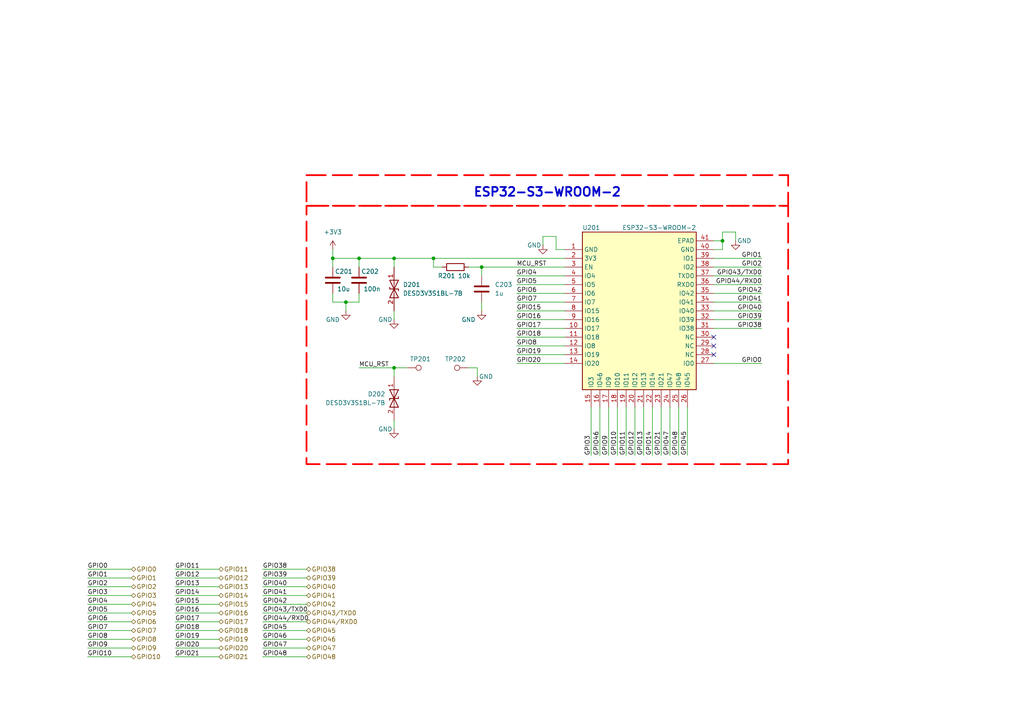
<source format=kicad_sch>
(kicad_sch (version 20231120) (generator "eeschema") (generator_version "8.0")
  (paper "A4")
  (title_block (title "ESP32-S3-WROOM-2") (date "2024-07-18") (rev "Final") (company "MQuero"))
  (lib_symbols
    (symbol "Connector:TestPoint" (pin_numbers hide) (pin_names (offset 0.762) hide)
      (property "Reference" "TP" (at 0 6.858 0))
      (property "Value" "TestPoint" (at 0 5.08 0))
      (symbol "TestPoint_0_1"
        (circle (center 0 3.302) (radius 0.762))
      )
      (symbol "TestPoint_1_1"
        (pin passive line (at 0 0 90) (length 2.54) (name "1") (number "1"))
      )
    )
    (symbol "Device:C" (pin_numbers hide) (pin_names (offset 0.254))
      (property "Reference" "C" (at 0.635 2.54 0))
      (property "Value" "C" (at 0.635 -2.54 0))
      (symbol "C_0_1"
        (polyline (pts (xy -2.032 -0.762) (xy 2.032 -0.762)) (stroke (width 0.508)))
        (polyline (pts (xy -2.032 0.762) (xy 2.032 0.762)) (stroke (width 0.508)))
      )
      (symbol "C_1_1"
        (pin passive line (at 0 3.81 270) (length 2.794) (name "~") (number "1"))
        (pin passive line (at 0 -3.81 90) (length 2.794) (name "~") (number "2"))
      )
    )
    (symbol "Device:R" (pin_numbers hide) (pin_names (offset 0))
      (property "Reference" "R" (at 2.032 0 90))
      (property "Value" "R" (at 0 0 90))
      (symbol "R_0_1"
        (rectangle (start -1.016 -2.54) (end 1.016 2.54) (stroke (width 0.254)))
      )
      (symbol "R_1_1"
        (pin passive line (at 0 3.81 270) (length 1.27) (name "~") (number "1"))
        (pin passive line (at 0 -3.81 90) (length 1.27) (name "~") (number "2"))
      )
    )
    (symbol "TFG:DESD3V3S1BL-7B" (pin_names (offset 0.254))
      (property "Reference" "D" (at 2.54 1.27 0))
      (property "Value" "DESD3V3S1BL-7B" (at 2.54 -1.27 0))
      (symbol "DESD3V3S1BL-7B_0_1"
        (polyline (pts (xy 0 -1.27) (xy 0 1.27)))
        (polyline (pts (xy 1.27 -0.508) (xy 1.27 0) (xy -1.27 0) (xy -1.27 0.508)) (stroke (width 0.254)))
        (polyline (pts (xy 1.27 2.54) (xy -1.27 2.54) (xy 1.27 -2.54) (xy -1.27 -2.54) (xy 1.27 2.54)) (stroke (width 0.254)))
      )
      (symbol "DESD3V3S1BL-7B_1_1"
        (pin unspecified line (at 0 6.35 270) (length 5.08) (name "~") (number "1"))
        (pin unspecified line (at 0 -6.35 90) (length 5.08) (name "~") (number "2"))
      )
    )
    (symbol "TFG:ESP32-S3-WROOM-2"
      (property "Reference" "U" (at 0 1.27 0))
      (property "Value" "ESP32-S3-WROOM-2" (at 33.02 1.27 0))
      (symbol "ESP32-S3-WROOM-2_0_1"
        (pin unspecified line (at -5.08 -27.94 0) (length 5.08) (name "IO17") (number "10"))
        (pin unspecified line (at -5.08 -30.48 0) (length 5.08) (name "IO18") (number "11"))
        (pin unspecified line (at -5.08 -33.02 0) (length 5.08) (name "IO8") (number "12"))
        (pin unspecified line (at -5.08 -35.56 0) (length 5.08) (name "IO19") (number "13"))
        (pin unspecified line (at -5.08 -38.1 0) (length 5.08) (name "IO20") (number "14"))
        (pin unspecified line (at 2.54 -50.8 90) (length 5.08) (name "IO3") (number "15"))
        (pin unspecified line (at 5.08 -50.8 90) (length 5.08) (name "IO46") (number "16"))
        (pin unspecified line (at 7.62 -50.8 90) (length 5.08) (name "IO9") (number "17"))
        (pin unspecified line (at 10.16 -50.8 90) (length 5.08) (name "IO10") (number "18"))
        (pin unspecified line (at 12.7 -50.8 90) (length 5.08) (name "IO11") (number "19"))
        (pin unspecified line (at -5.08 -7.62 0) (length 5.08) (name "3V3") (number "2"))
        (pin unspecified line (at 15.24 -50.8 90) (length 5.08) (name "IO12") (number "20"))
        (pin unspecified line (at 17.78 -50.8 90) (length 5.08) (name "IO13") (number "21"))
        (pin unspecified line (at 20.32 -50.8 90) (length 5.08) (name "IO14") (number "22"))
        (pin unspecified line (at 22.86 -50.8 90) (length 5.08) (name "IO21") (number "23"))
        (pin unspecified line (at 25.4 -50.8 90) (length 5.08) (name "IO47") (number "24"))
        (pin unspecified line (at 27.94 -50.8 90) (length 5.08) (name "IO48") (number "25"))
        (pin unspecified line (at 30.48 -50.8 90) (length 5.08) (name "IO45") (number "26"))
        (pin unspecified line (at 38.1 -38.1 180) (length 5.08) (name "IO0") (number "27"))
        (pin unspecified line (at 38.1 -35.56 180) (length 5.08) (name "NC") (number "28"))
        (pin unspecified line (at 38.1 -33.02 180) (length 5.08) (name "NC") (number "29"))
        (pin unspecified line (at -5.08 -10.16 0) (length 5.08) (name "EN") (number "3"))
        (pin unspecified line (at 38.1 -30.48 180) (length 5.08) (name "NC") (number "30"))
        (pin unspecified line (at 38.1 -27.94 180) (length 5.08) (name "IO38") (number "31"))
        (pin unspecified line (at 38.1 -25.4 180) (length 5.08) (name "IO39") (number "32"))
        (pin unspecified line (at 38.1 -22.86 180) (length 5.08) (name "IO40") (number "33"))
        (pin unspecified line (at 38.1 -20.32 180) (length 5.08) (name "IO41") (number "34"))
        (pin unspecified line (at 38.1 -17.78 180) (length 5.08) (name "IO42") (number "35"))
        (pin unspecified line (at 38.1 -15.24 180) (length 5.08) (name "RXD0") (number "36"))
        (pin unspecified line (at 38.1 -12.7 180) (length 5.08) (name "TXD0") (number "37"))
        (pin unspecified line (at 38.1 -10.16 180) (length 5.08) (name "IO2") (number "38"))
        (pin unspecified line (at 38.1 -7.62 180) (length 5.08) (name "IO1") (number "39"))
        (pin unspecified line (at 38.1 -5.08 180) (length 5.08) (name "GND") (number "40"))
        (pin unspecified line (at -5.08 -17.78 0) (length 5.08) (name "IO6") (number "6"))
        (pin unspecified line (at -5.08 -20.32 0) (length 5.08) (name "IO7") (number "7"))
        (pin unspecified line (at -5.08 -22.86 0) (length 5.08) (name "IO15") (number "8"))
        (pin unspecified line (at -5.08 -25.4 0) (length 5.08) (name "IO16") (number "9"))
      )
      (symbol "ESP32-S3-WROOM-2_1_1"
        (rectangle (start 0 0) (end 33.02 -45.72) (stroke (width 0.254)) (fill (type background)))
        (pin unspecified line (at -5.08 -5.08 0) (length 5.08) (name "GND") (number "1"))
        (pin unspecified line (at -5.08 -12.7 0) (length 5.08) (name "IO4") (number "4"))
        (pin unspecified line (at 38.1 -2.54 180) (length 5.08) (name "EPAD") (number "41"))
        (pin unspecified line (at -5.08 -15.24 0) (length 5.08) (name "IO5") (number "5"))
      )
    )
    (symbol "power:+3V3" (power) (pin_numbers hide) (pin_names (offset 0) hide)
      (property "Value" "+3V3" (at 0 3.556 0))
      (symbol "+3V3_0_1"
        (polyline (pts (xy -0.762 1.27) (xy 0 2.54)))
        (polyline (pts (xy 0 0) (xy 0 2.54)))
        (polyline (pts (xy 0 2.54) (xy 0.762 1.27)))
      )
      (symbol "+3V3_1_1"
        (pin power_in line (at 0 0 90) (length 0) (name "~") (number "1"))
      )
    )
    (symbol "power:GND" (power) (pin_numbers hide) (pin_names (offset 0) hide)
      (property "Value" "GND" (at 0 -3.81 0))
      (symbol "GND_0_1"
        (polyline (pts (xy 0 0) (xy 0 -1.27) (xy 1.27 -1.27) (xy 0 -2.54) (xy -1.27 -1.27) (xy 0 -1.27)))
      )
      (symbol "GND_1_1"
        (pin power_in line (at 0 0 270) (length 0) (name "~") (number "1"))
      )
    )
  )
  (junction (at 125.73 74.93))
  (junction (at 104.14 74.93))
  (junction (at 114.3 106.68))
  (junction (at 209.55 69.85))
  (junction (at 100.33 87.63))
  (junction (at 114.3 74.93))
  (junction (at 139.7 77.47))
  (junction (at 96.52 74.93))
  (no_connect (at 207.01 102.87))
  (no_connect (at 207.01 97.79))
  (no_connect (at 207.01 100.33))
  (wire (pts (xy 63.5 175.26) (xy 50.8 175.26)))
  (wire (pts (xy 76.2 185.42) (xy 88.9 185.42)))
  (wire (pts (xy 76.2 170.18) (xy 88.9 170.18)))
  (wire (pts (xy 50.8 172.72) (xy 63.5 172.72)))
  (wire (pts (xy 161.29 68.58) (xy 157.48 68.58)))
  (wire (pts (xy 199.39 118.11) (xy 199.39 132.08)))
  (wire (pts (xy 114.3 121.92) (xy 114.3 124.46)))
  (wire (pts (xy 114.3 106.68) (xy 114.3 109.22)))
  (wire (pts (xy 125.73 74.93) (xy 163.83 74.93)))
  (wire (pts (xy 76.2 167.64) (xy 88.9 167.64)))
  (wire (pts (xy 149.86 97.79) (xy 163.83 97.79)))
  (wire (pts (xy 135.89 106.68) (xy 138.43 106.68)))
  (wire (pts (xy 104.14 85.09) (xy 104.14 87.63)))
  (wire (pts (xy 114.3 74.93) (xy 125.73 74.93)))
  (wire (pts (xy 139.7 90.17) (xy 139.7 87.63)))
  (wire (pts (xy 25.4 165.1) (xy 38.1 165.1)))
  (wire (pts (xy 138.43 106.68) (xy 138.43 109.22)))
  (wire (pts (xy 76.2 177.8) (xy 88.9 177.8)))
  (wire (pts (xy 207.01 92.71) (xy 220.98 92.71)))
  (wire (pts (xy 207.01 77.47) (xy 220.98 77.47)))
  (wire (pts (xy 63.5 182.88) (xy 50.8 182.88)))
  (wire (pts (xy 139.7 77.47) (xy 163.83 77.47)))
  (wire (pts (xy 149.86 87.63) (xy 163.83 87.63)))
  (wire (pts (xy 38.1 185.42) (xy 25.4 185.42)))
  (wire (pts (xy 207.01 85.09) (xy 220.98 85.09)))
  (wire (pts (xy 125.73 77.47) (xy 128.27 77.47)))
  (wire (pts (xy 179.07 118.11) (xy 179.07 132.08)))
  (wire (pts (xy 196.85 118.11) (xy 196.85 132.08)))
  (wire (pts (xy 76.2 172.72) (xy 88.9 172.72)))
  (wire (pts (xy 157.48 68.58) (xy 157.48 71.12)))
  (wire (pts (xy 96.52 77.47) (xy 96.52 74.93)))
  (wire (pts (xy 100.33 87.63) (xy 96.52 87.63)))
  (wire (pts (xy 191.77 118.11) (xy 191.77 132.08)))
  (wire (pts (xy 184.15 118.11) (xy 184.15 132.08)))
  (wire (pts (xy 76.2 165.1) (xy 88.9 165.1)))
  (wire (pts (xy 76.2 187.96) (xy 88.9 187.96)))
  (wire (pts (xy 186.69 118.11) (xy 186.69 132.08)))
  (wire (pts (xy 114.3 77.47) (xy 114.3 74.93)))
  (wire (pts (xy 149.86 85.09) (xy 163.83 85.09)))
  (wire (pts (xy 96.52 74.93) (xy 104.14 74.93)))
  (wire (pts (xy 207.01 95.25) (xy 220.98 95.25)))
  (wire (pts (xy 38.1 182.88) (xy 25.4 182.88)))
  (wire (pts (xy 149.86 95.25) (xy 163.83 95.25)))
  (wire (pts (xy 149.86 82.55) (xy 163.83 82.55)))
  (wire (pts (xy 135.89 77.47) (xy 139.7 77.47)))
  (wire (pts (xy 76.2 182.88) (xy 88.9 182.88)))
  (wire (pts (xy 25.4 167.64) (xy 38.1 167.64)))
  (wire (pts (xy 96.52 85.09) (xy 96.52 87.63)))
  (wire (pts (xy 207.01 72.39) (xy 209.55 72.39)))
  (wire (pts (xy 118.11 106.68) (xy 114.3 106.68)))
  (wire (pts (xy 114.3 90.17) (xy 114.3 92.71)))
  (wire (pts (xy 76.2 180.34) (xy 88.9 180.34)))
  (wire (pts (xy 149.86 102.87) (xy 163.83 102.87)))
  (wire (pts (xy 207.01 82.55) (xy 220.98 82.55)))
  (wire (pts (xy 176.53 118.11) (xy 176.53 132.08)))
  (wire (pts (xy 207.01 80.01) (xy 220.98 80.01)))
  (wire (pts (xy 63.5 185.42) (xy 50.8 185.42)))
  (wire (pts (xy 125.73 74.93) (xy 125.73 77.47)))
  (wire (pts (xy 25.4 187.96) (xy 38.1 187.96)))
  (wire (pts (xy 209.55 69.85) (xy 207.01 69.85)))
  (wire (pts (xy 63.5 177.8) (xy 50.8 177.8)))
  (wire (pts (xy 171.45 118.11) (xy 171.45 132.08)))
  (wire (pts (xy 181.61 118.11) (xy 181.61 132.08)))
  (wire (pts (xy 25.4 172.72) (xy 38.1 172.72)))
  (wire (pts (xy 209.55 67.31) (xy 213.36 67.31)))
  (wire (pts (xy 163.83 72.39) (xy 161.29 72.39)))
  (wire (pts (xy 149.86 80.01) (xy 163.83 80.01)))
  (wire (pts (xy 209.55 72.39) (xy 209.55 69.85)))
  (wire (pts (xy 104.14 87.63) (xy 100.33 87.63)))
  (wire (pts (xy 207.01 87.63) (xy 220.98 87.63)))
  (wire (pts (xy 38.1 177.8) (xy 25.4 177.8)))
  (wire (pts (xy 50.8 190.5) (xy 63.5 190.5)))
  (wire (pts (xy 149.86 100.33) (xy 163.83 100.33)))
  (wire (pts (xy 50.8 170.18) (xy 63.5 170.18)))
  (wire (pts (xy 207.01 90.17) (xy 220.98 90.17)))
  (wire (pts (xy 173.99 118.11) (xy 173.99 132.08)))
  (wire (pts (xy 149.86 105.41) (xy 163.83 105.41)))
  (wire (pts (xy 114.3 106.68) (xy 104.14 106.68)))
  (wire (pts (xy 189.23 118.11) (xy 189.23 132.08)))
  (wire (pts (xy 104.14 77.47) (xy 104.14 74.93)))
  (wire (pts (xy 38.1 175.26) (xy 25.4 175.26)))
  (wire (pts (xy 149.86 90.17) (xy 163.83 90.17)))
  (wire (pts (xy 149.86 92.71) (xy 163.83 92.71)))
  (wire (pts (xy 213.36 67.31) (xy 213.36 69.85)))
  (wire (pts (xy 25.4 190.5) (xy 38.1 190.5)))
  (wire (pts (xy 63.5 180.34) (xy 50.8 180.34)))
  (wire (pts (xy 25.4 170.18) (xy 38.1 170.18)))
  (wire (pts (xy 76.2 175.26) (xy 88.9 175.26)))
  (wire (pts (xy 104.14 74.93) (xy 114.3 74.93)))
  (wire (pts (xy 161.29 68.58) (xy 161.29 72.39)))
  (wire (pts (xy 209.55 67.31) (xy 209.55 69.85)))
  (wire (pts (xy 38.1 180.34) (xy 25.4 180.34)))
  (wire (pts (xy 207.01 74.93) (xy 220.98 74.93)))
  (wire (pts (xy 50.8 167.64) (xy 63.5 167.64)))
  (wire (pts (xy 76.2 190.5) (xy 88.9 190.5)))
  (wire (pts (xy 194.31 118.11) (xy 194.31 132.08)))
  (wire (pts (xy 63.5 187.96) (xy 50.8 187.96)))
  (wire (pts (xy 100.33 90.17) (xy 100.33 87.63)))
  (wire (pts (xy 207.01 105.41) (xy 220.98 105.41)))
  (wire (pts (xy 50.8 165.1) (xy 63.5 165.1)))
  (wire (pts (xy 139.7 77.47) (xy 139.7 80.01)))
  (wire (pts (xy 96.52 74.93) (xy 96.52 72.39)))
  (rectangle (start 88.9 50.8) (end 228.6 59.69) (stroke (width 0.508) (type dash) (color 255 0 0 1)))
  (rectangle (start 88.9 59.69) (end 228.6 134.62) (stroke (width 0.508) (type dash) (color 255 0 0 1)))
  (text "ESP32-S3-WROOM-2" (at 158.75 55.88 0) (effects (font (size 2.54 2.54) (thickness 0.508) (bold yes))))
  (label "GPIO20" (at 149.86 105.41 0))
  (label "GPIO13" (at 186.69 132.08 90))
  (label "GPIO0" (at 25.4 165.1 0))
  (label "MCU_RST" (at 104.14 106.68 0))
  (label "GPIO9" (at 25.4 187.96 0))
  (label "GPIO14" (at 50.8 172.72 0))
  (label "GPIO42" (at 76.2 175.26 0))
  (label "GPIO17" (at 50.8 180.34 0))
  (label "GPIO15" (at 149.86 90.17 0))
  (label "GPIO43{slash}TXD0" (at 220.98 80.01 180))
  (label "GPIO6" (at 25.4 180.34 0))
  (label "GPIO13" (at 50.8 170.18 0))
  (label "GPIO2" (at 220.98 77.47 180))
  (label "GPIO16" (at 149.86 92.71 0))
  (label "GPIO46" (at 76.2 185.42 0))
  (label "GPIO45" (at 199.39 132.08 90))
  (label "GPIO5" (at 25.4 177.8 0))
  (label "GPIO17" (at 149.86 95.25 0))
  (label "GPIO40" (at 220.98 90.17 180))
  (label "GPIO8" (at 25.4 185.42 0))
  (label "GPIO21" (at 191.77 132.08 90))
  (label "GPIO41" (at 220.98 87.63 180))
  (label "GPIO20" (at 50.8 187.96 0))
  (label "GPIO7" (at 149.86 87.63 0))
  (label "GPIO44{slash}RXD0" (at 220.98 82.55 180))
  (label "GPIO40" (at 76.2 170.18 0))
  (label "GPIO4" (at 149.86 80.01 0))
  (label "GPIO11" (at 181.61 132.08 90))
  (label "GPIO42" (at 220.98 85.09 180))
  (label "GPIO47" (at 76.2 187.96 0))
  (label "GPIO46" (at 173.99 132.08 90))
  (label "GPIO3" (at 25.4 172.72 0))
  (label "GPIO48" (at 76.2 190.5 0))
  (label "GPIO16" (at 50.8 177.8 0))
  (label "GPIO18" (at 149.86 97.79 0))
  (label "GPIO19" (at 149.86 102.87 0))
  (label "GPIO0" (at 220.98 105.41 180))
  (label "GPIO45" (at 76.2 182.88 0))
  (label "GPIO10" (at 179.07 132.08 90))
  (label "GPIO43{slash}TXD0" (at 76.2 177.8 0))
  (label "GPIO39" (at 76.2 167.64 0))
  (label "GPIO10" (at 25.4 190.5 0))
  (label "GPIO11" (at 50.8 165.1 0))
  (label "GPIO3" (at 171.45 132.08 90))
  (label "GPIO8" (at 149.86 100.33 0))
  (label "GPIO2" (at 25.4 170.18 0))
  (label "GPIO41" (at 76.2 172.72 0))
  (label "GPIO21" (at 50.8 190.5 0))
  (label "GPIO44{slash}RXD0" (at 76.2 180.34 0))
  (label "GPIO9" (at 176.53 132.08 90))
  (label "GPIO5" (at 149.86 82.55 0))
  (label "MCU_RST" (at 149.86 77.47 0))
  (label "GPIO19" (at 50.8 185.42 0))
  (label "GPIO6" (at 149.86 85.09 0))
  (label "GPIO12" (at 50.8 167.64 0))
  (label "GPIO1" (at 220.98 74.93 180))
  (label "GPIO38" (at 76.2 165.1 0))
  (label "GPIO12" (at 184.15 132.08 90))
  (label "GPIO15" (at 50.8 175.26 0))
  (label "GPIO1" (at 25.4 167.64 0))
  (label "GPIO47" (at 194.31 132.08 90))
  (label "GPIO18" (at 50.8 182.88 0))
  (label "GPIO38" (at 220.98 95.25 180))
  (label "GPIO7" (at 25.4 182.88 0))
  (label "GPIO39" (at 220.98 92.71 180))
  (label "GPIO48" (at 196.85 132.08 90))
  (label "GPIO14" (at 189.23 132.08 90))
  (label "GPIO4" (at 25.4 175.26 0))
  (hierarchical_label "GPIO40" (shape bidirectional) (at 88.9 170.18 0))
  (hierarchical_label "GPIO20" (shape bidirectional) (at 63.5 187.96 0))
  (hierarchical_label "GPIO48" (shape bidirectional) (at 88.9 190.5 0))
  (hierarchical_label "GPIO45" (shape bidirectional) (at 88.9 182.88 0))
  (hierarchical_label "GPIO41" (shape bidirectional) (at 88.9 172.72 0))
  (hierarchical_label "GPIO12" (shape bidirectional) (at 63.5 167.64 0))
  (hierarchical_label "GPIO9" (shape bidirectional) (at 38.1 187.96 0))
  (hierarchical_label "GPIO13" (shape bidirectional) (at 63.5 170.18 0))
  (hierarchical_label "GPIO15" (shape bidirectional) (at 63.5 175.26 0))
  (hierarchical_label "GPIO17" (shape bidirectional) (at 63.5 180.34 0))
  (hierarchical_label "GPIO14" (shape bidirectional) (at 63.5 172.72 0))
  (hierarchical_label "GPIO10" (shape bidirectional) (at 38.1 190.5 0))
  (hierarchical_label "GPIO38" (shape bidirectional) (at 88.9 165.1 0))
  (hierarchical_label "GPIO19" (shape bidirectional) (at 63.5 185.42 0))
  (hierarchical_label "GPIO43{slash}TXD0" (shape bidirectional) (at 88.9 177.8 0))
  (hierarchical_label "GPIO3" (shape bidirectional) (at 38.1 172.72 0))
  (hierarchical_label "GPIO47" (shape bidirectional) (at 88.9 187.96 0))
  (hierarchical_label "GPIO7" (shape bidirectional) (at 38.1 182.88 0))
  (hierarchical_label "GPIO8" (shape bidirectional) (at 38.1 185.42 0))
  (hierarchical_label "GPIO4" (shape bidirectional) (at 38.1 175.26 0))
  (hierarchical_label "GPIO21" (shape bidirectional) (at 63.5 190.5 0))
  (hierarchical_label "GPIO11" (shape bidirectional) (at 63.5 165.1 0))
  (hierarchical_label "GPIO46" (shape bidirectional) (at 88.9 185.42 0))
  (hierarchical_label "GPIO0" (shape bidirectional) (at 38.1 165.1 0))
  (hierarchical_label "GPIO39" (shape bidirectional) (at 88.9 167.64 0))
  (hierarchical_label "GPIO5" (shape bidirectional) (at 38.1 177.8 0))
  (hierarchical_label "GPIO2" (shape bidirectional) (at 38.1 170.18 0))
  (hierarchical_label "GPIO16" (shape bidirectional) (at 63.5 177.8 0))
  (hierarchical_label "GPIO42" (shape bidirectional) (at 88.9 175.26 0))
  (hierarchical_label "GPIO18" (shape bidirectional) (at 63.5 182.88 0))
  (hierarchical_label "GPIO44{slash}RXD0" (shape bidirectional) (at 88.9 180.34 0))
  (hierarchical_label "GPIO1" (shape bidirectional) (at 38.1 167.64 0))
  (hierarchical_label "GPIO6" (shape bidirectional) (at 38.1 180.34 0))
  (symbol (lib_id "Device:C") (at 96.52 81.28 0) (unit 1)
    (property "Reference" "C201" (at 97.155 78.74 0) (effects (justify left)))
    (property "Value" "10u" (at 97.79 83.82 0) (effects (justify left)))
    (property "Footprint" "Capacitor_SMD:C_0402_1005Metric" (effects (hide yes)))
    (property "Description" "Unpolarized capacitor" (effects (hide yes)))
  )
  (symbol (lib_id "power:GND") (at 114.3 92.71 0) (unit 1)
    (property "Reference" "#PWR0206" (effects (hide yes)))
    (property "Value" "GND" (at 111.76 92.71 0))
    (property "Description" "Power symbol creates a global label with name \"GND\" , ground" (effects (hide yes)))
  )
  (symbol (lib_id "power:GND") (at 138.43 109.22 0) (unit 1)
    (property "Reference" "#PWR0207" (effects (hide yes)))
    (property "Value" "GND" (at 140.97 109.22 0))
    (property "Description" "Power symbol creates a global label with name \"GND\" , ground" (effects (hide yes)))
  )
  (symbol (lib_id "power:GND") (at 100.33 90.17 0) (unit 1)
    (property "Reference" "#PWR0204" (effects (hide yes)))
    (property "Value" "GND" (at 96.52 92.71 0))
    (property "Description" "Power symbol creates a global label with name \"GND\" , ground" (effects (hide yes)))
  )
  (symbol (lib_id "power:GND") (at 213.36 69.85 0) (mirror y) (unit 1)
    (property "Reference" "#PWR0201" (effects (hide yes)))
    (property "Value" "GND" (at 215.9 69.85 0))
    (property "Description" "Power symbol creates a global label with name \"GND\" , ground" (effects (hide yes)))
  )
  (symbol (lib_id "power:GND") (at 139.7 90.17 0) (unit 1)
    (property "Reference" "#PWR0205" (effects (hide yes)))
    (property "Value" "GND" (at 135.89 92.71 0))
    (property "Description" "Power symbol creates a global label with name \"GND\" , ground" (effects (hide yes)))
  )
  (symbol (lib_id "power:GND") (at 114.3 124.46 0) (unit 1)
    (property "Reference" "#PWR0209" (effects (hide yes)))
    (property "Value" "GND" (at 111.76 124.46 0))
    (property "Description" "Power symbol creates a global label with name \"GND\" , ground" (effects (hide yes)))
  )
  (symbol (lib_id "TFG:DESD3V3S1BL-7B") (at 114.3 115.57 0) (mirror y) (unit 1)
    (property "Reference" "D202" (at 111.76 114.3 0) (effects (justify left)))
    (property "Value" "DESD3V3S1BL-7B" (at 111.76 116.84 0) (effects (justify left)))
    (property "Footprint" "TFG:DESD3V3S1BL-7B" (effects (hide yes)))
    (property "Datasheet" "https://www.diodes.com/assets/Datasheets/DESD3V3S1BL.pdf" (effects (hide yes)))
    (property "Description" "TVS DIODE 3.3VWM 7VC DFN1006-2" (effects (hide yes)))
    (property "MQ PN" "TFGD004 " (effects (hide yes)))
  )
  (symbol (lib_id "Device:C") (at 104.14 81.28 0) (unit 1)
    (property "Reference" "C202" (at 104.775 78.74 0) (effects (justify left)))
    (property "Value" "100n" (at 105.41 83.82 0) (effects (justify left)))
    (property "Footprint" "Capacitor_SMD:C_0402_1005Metric" (effects (hide yes)))
    (property "Description" "Unpolarized capacitor" (effects (hide yes)))
  )
  (symbol (lib_id "TFG:DESD3V3S1BL-7B") (at 114.3 83.82 0) (unit 1)
    (property "Reference" "D201" (at 116.84 82.55 0) (effects (justify left)))
    (property "Value" "DESD3V3S1BL-7B" (at 116.84 85.09 0) (effects (justify left)))
    (property "Footprint" "TFG:DESD3V3S1BL-7B" (effects (hide yes)))
    (property "Datasheet" "https://www.diodes.com/assets/Datasheets/DESD3V3S1BL.pdf" (effects (hide yes)))
    (property "Description" "TVS DIODE 3.3VWM 7VC DFN1006-2" (effects (hide yes)))
    (property "MQ PN" "TFGD004 " (effects (hide yes)))
  )
  (symbol (lib_id "TFG:ESP32-S3-WROOM-2") (at 168.91 67.31 0) (unit 1)
    (property "Reference" "U201" (at 168.91 66.04 0) (effects (justify left)))
    (property "Value" "ESP32-S3-WROOM-2" (at 201.93 66.04 0) (effects (justify right)))
    (property "Footprint" "TFG:ESP32-S3-WROOM-2" (effects (hide yes)))
    (property "Datasheet" "https://www.espressif.com/sites/default/files/documentation/esp32-s3-wroom-2_datasheet_en.pdf" (effects (hide yes)))
    (property "Description" "32 MB Octal flash & 8 MB Octal PSRAM" (effects (hide yes)))
    (property "MQ PN" "TFGU002" (effects (hide yes)))
  )
  (symbol (lib_id "power:GND") (at 157.48 71.12 0) (unit 1)
    (property "Reference" "#PWR0202" (effects (hide yes)))
    (property "Value" "GND" (at 154.94 71.12 0))
    (property "Description" "Power symbol creates a global label with name \"GND\" , ground" (effects (hide yes)))
  )
  (symbol (lib_id "power:+3V3") (at 96.52 72.39 0) (unit 1)
    (property "Reference" "#PWR0203" (effects (hide yes)))
    (property "Value" "+3V3" (at 96.52 67.31 0))
    (property "Description" "Power symbol creates a global label with name \"+3V3\"" (effects (hide yes)))
  )
  (symbol (lib_id "Connector:TestPoint") (at 135.89 106.68 90) (mirror x) (unit 1)
    (property "Reference" "TP202" (at 132.08 104.14 90))
    (property "Value" "TestPoint" (effects (hide yes)))
    (property "Footprint" "TestPoint:TestPoint_Pad_D1.0mm" (effects (hide yes)))
    (property "Description" "test point" (effects (hide yes)))
  )
  (symbol (lib_id "Connector:TestPoint") (at 118.11 106.68 270) (mirror x) (unit 1)
    (property "Reference" "TP201" (at 121.92 104.14 90))
    (property "Value" "TestPoint" (effects (hide yes)))
    (property "Footprint" "TestPoint:TestPoint_Pad_D1.0mm" (effects (hide yes)))
    (property "Description" "test point" (effects (hide yes)))
  )
  (symbol (lib_id "Device:R") (at 132.08 77.47 90) (unit 1)
    (property "Reference" "R201" (at 129.54 80.01 90))
    (property "Value" "10k" (at 134.62 80.01 90))
    (property "Footprint" "Resistor_SMD:R_0402_1005Metric" (effects (hide yes)))
    (property "Description" "Resistor" (effects (hide yes)))
  )
  (symbol (lib_id "Device:C") (at 139.7 83.82 0) (unit 1)
    (property "Reference" "C203" (at 143.51 82.55 0) (effects (justify left)))
    (property "Value" "1u" (at 143.51 85.09 0) (effects (justify left)))
    (property "Footprint" "Capacitor_SMD:C_0402_1005Metric" (effects (hide yes)))
    (property "Description" "Unpolarized capacitor" (effects (hide yes)))
  )
)
</source>
